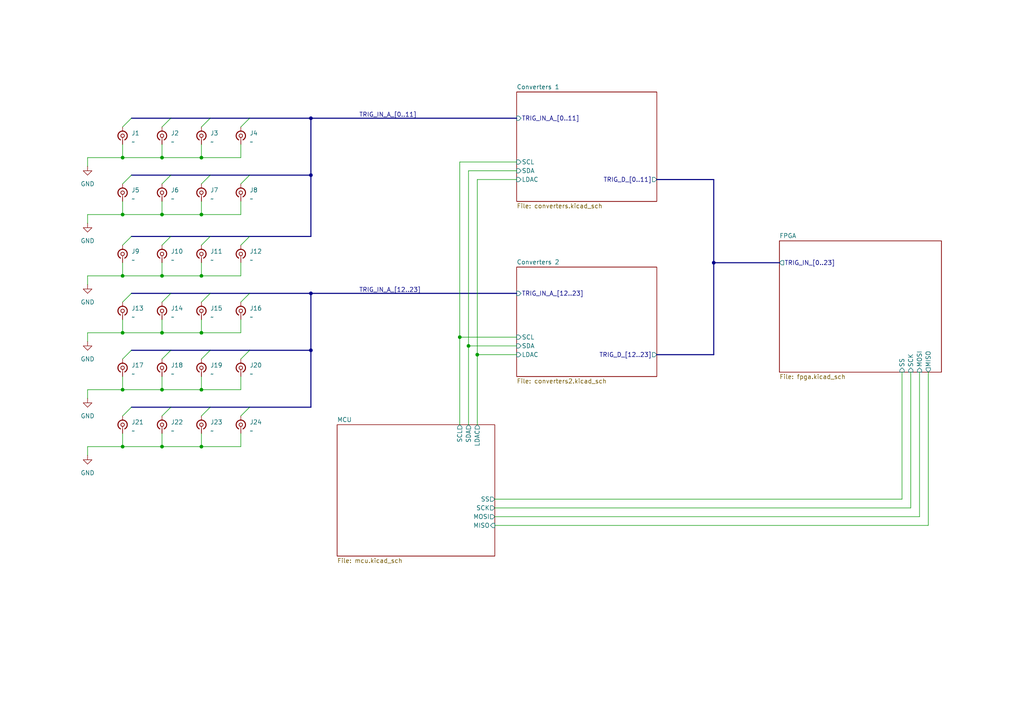
<source format=kicad_sch>
(kicad_sch (version 20250114) (generator "eeschema") (generator_version "9.0")
  (paper "A4")
  (lib_symbols
    (symbol "Connector:Conn_Coaxial_Small" (pin_numbers (hide yes)) (pin_names (offset 1.016) (hide yes))
      (property "Reference" "J" (at 0.254 3.048 0))
      (property "Value" "Conn_Coaxial_Small" (at 0 -3.81 0))
      (symbol "Conn_Coaxial_Small_0_1"
        (polyline (pts (xy -2.54 0) (xy -0.508 0)))
        (circle (center 0 0) (radius 0.508) (stroke (width 0.2032)))
      )
      (symbol "Conn_Coaxial_Small_1_1"
        (arc (start 1.3484 0.0039) (mid 0.327 -1.308) (end -1.1916 -0.6311) (stroke (width 0.3048)))
        (arc (start -1.1916 0.6311) (mid 0.327 1.3081) (end 1.3484 -0.0039) (stroke (width 0.3048)))
        (pin passive line (at -2.54 0 0) (length 1.27) (name "In") (number "1"))
        (pin passive line (at 2.54 0 180) (length 1.27) (name "Ext") (number "2"))
      )
    )
    (symbol "power:GND" (power) (pin_numbers (hide yes)) (pin_names (offset 0) (hide yes))
      (property "Value" "GND" (at 0 -3.81 0))
      (symbol "GND_0_1"
        (polyline (pts (xy 0 0) (xy 0 -1.27) (xy 1.27 -1.27) (xy 0 -2.54) (xy -1.27 -1.27) (xy 0 -1.27)))
      )
      (symbol "GND_1_1"
        (pin power_in line (at 0 0 270) (length 0) (name "~") (number "1"))
      )
    )
  )
  (junction (at 58.42 62.23))
  (junction (at 35.56 62.23))
  (junction (at 58.42 96.52))
  (junction (at 90.17 34.29))
  (junction (at 58.42 80.01))
  (junction (at 58.42 45.72))
  (junction (at 46.99 96.52))
  (junction (at 90.17 101.6))
  (junction (at 46.99 129.54))
  (junction (at 58.42 129.54))
  (junction (at 46.99 62.23))
  (junction (at 138.43 102.87))
  (junction (at 46.99 113.03))
  (junction (at 35.56 80.01))
  (junction (at 135.89 100.33))
  (junction (at 46.99 80.01))
  (junction (at 58.42 113.03))
  (junction (at 46.99 45.72))
  (junction (at 207.01 76.2))
  (junction (at 90.17 50.8))
  (junction (at 35.56 113.03))
  (junction (at 90.17 85.09))
  (junction (at 35.56 45.72))
  (junction (at 35.56 129.54))
  (junction (at 133.35 97.79))
  (junction (at 35.56 96.52))
  (bus_entry (at 35.56 120.65) (size 2.54 -2.54))
  (bus_entry (at 58.42 71.12) (size 2.54 -2.54))
  (bus_entry (at 69.85 53.34) (size 2.54 -2.54))
  (bus_entry (at 69.85 71.12) (size 2.54 -2.54))
  (bus_entry (at 35.56 87.63) (size 2.54 -2.54))
  (bus_entry (at 69.85 87.63) (size 2.54 -2.54))
  (bus_entry (at 35.56 36.83) (size 2.54 -2.54))
  (bus_entry (at 69.85 120.65) (size 2.54 -2.54))
  (bus_entry (at 46.99 71.12) (size 2.54 -2.54))
  (bus_entry (at 35.56 71.12) (size 2.54 -2.54))
  (bus_entry (at 69.85 36.83) (size 2.54 -2.54))
  (bus_entry (at 35.56 53.34) (size 2.54 -2.54))
  (bus_entry (at 58.42 53.34) (size 2.54 -2.54))
  (bus_entry (at 58.42 104.14) (size 2.54 -2.54))
  (bus_entry (at 46.99 120.65) (size 2.54 -2.54))
  (bus_entry (at 35.56 104.14) (size 2.54 -2.54))
  (bus_entry (at 58.42 36.83) (size 2.54 -2.54))
  (bus_entry (at 46.99 53.34) (size 2.54 -2.54))
  (bus_entry (at 46.99 36.83) (size 2.54 -2.54))
  (bus_entry (at 69.85 104.14) (size 2.54 -2.54))
  (bus_entry (at 58.42 120.65) (size 2.54 -2.54))
  (bus_entry (at 46.99 87.63) (size 2.54 -2.54))
  (bus_entry (at 58.42 87.63) (size 2.54 -2.54))
  (bus_entry (at 46.99 104.14) (size 2.54 -2.54))
  (wire (pts (xy 135.89 100.33) (xy 149.86 100.33)))
  (wire (pts (xy 264.16 147.32) (xy 264.16 107.95)))
  (bus (pts (xy 90.17 34.29) (xy 90.17 50.8)))
  (wire (pts (xy 266.7 149.86) (xy 266.7 107.95)))
  (wire (pts (xy 25.4 45.72) (xy 25.4 48.26)))
  (wire (pts (xy 35.56 62.23) (xy 46.99 62.23)))
  (wire (pts (xy 58.42 125.73) (xy 58.42 129.54)))
  (bus (pts (xy 38.1 34.29) (xy 49.53 34.29)))
  (bus (pts (xy 90.17 50.8) (xy 90.17 68.58)))
  (wire (pts (xy 69.85 109.22) (xy 69.85 113.03)))
  (wire (pts (xy 46.99 76.2) (xy 46.99 80.01)))
  (wire (pts (xy 58.42 113.03) (xy 69.85 113.03)))
  (wire (pts (xy 25.4 62.23) (xy 25.4 64.77)))
  (bus (pts (xy 72.39 118.11) (xy 90.17 118.11)))
  (wire (pts (xy 133.35 97.79) (xy 133.35 46.99)))
  (wire (pts (xy 46.99 96.52) (xy 58.42 96.52)))
  (bus (pts (xy 72.39 68.58) (xy 90.17 68.58)))
  (bus (pts (xy 49.53 85.09) (xy 60.96 85.09)))
  (wire (pts (xy 69.85 125.73) (xy 69.85 129.54)))
  (wire (pts (xy 35.56 80.01) (xy 46.99 80.01)))
  (wire (pts (xy 69.85 58.42) (xy 69.85 62.23)))
  (wire (pts (xy 58.42 80.01) (xy 69.85 80.01)))
  (bus (pts (xy 72.39 50.8) (xy 90.17 50.8)))
  (wire (pts (xy 46.99 113.03) (xy 58.42 113.03)))
  (wire (pts (xy 69.85 76.2) (xy 69.85 80.01)))
  (bus (pts (xy 60.96 50.8) (xy 72.39 50.8)))
  (wire (pts (xy 46.99 58.42) (xy 46.99 62.23)))
  (wire (pts (xy 46.99 41.91) (xy 46.99 45.72)))
  (wire (pts (xy 35.56 76.2) (xy 35.56 80.01)))
  (bus (pts (xy 72.39 85.09) (xy 90.17 85.09)))
  (wire (pts (xy 58.42 129.54) (xy 69.85 129.54)))
  (wire (pts (xy 35.56 96.52) (xy 25.4 96.52)))
  (wire (pts (xy 143.51 149.86) (xy 266.7 149.86)))
  (wire (pts (xy 58.42 58.42) (xy 58.42 62.23)))
  (bus (pts (xy 38.1 68.58) (xy 49.53 68.58)))
  (wire (pts (xy 138.43 102.87) (xy 149.86 102.87)))
  (wire (pts (xy 25.4 113.03) (xy 25.4 115.57)))
  (bus (pts (xy 90.17 85.09) (xy 149.86 85.09)))
  (wire (pts (xy 25.4 80.01) (xy 25.4 82.55)))
  (bus (pts (xy 207.01 52.07) (xy 207.01 76.2)))
  (bus (pts (xy 72.39 34.29) (xy 90.17 34.29)))
  (wire (pts (xy 133.35 123.19) (xy 133.35 97.79)))
  (bus (pts (xy 60.96 34.29) (xy 72.39 34.29)))
  (wire (pts (xy 46.99 129.54) (xy 58.42 129.54)))
  (bus (pts (xy 49.53 68.58) (xy 60.96 68.58)))
  (bus (pts (xy 49.53 34.29) (xy 60.96 34.29)))
  (wire (pts (xy 135.89 100.33) (xy 135.89 49.53)))
  (wire (pts (xy 269.24 152.4) (xy 269.24 107.95)))
  (wire (pts (xy 58.42 109.22) (xy 58.42 113.03)))
  (bus (pts (xy 60.96 85.09) (xy 72.39 85.09)))
  (wire (pts (xy 143.51 144.78) (xy 261.62 144.78)))
  (wire (pts (xy 143.51 147.32) (xy 264.16 147.32)))
  (wire (pts (xy 46.99 109.22) (xy 46.99 113.03)))
  (wire (pts (xy 46.99 125.73) (xy 46.99 129.54)))
  (wire (pts (xy 46.99 45.72) (xy 58.42 45.72)))
  (wire (pts (xy 35.56 45.72) (xy 46.99 45.72)))
  (wire (pts (xy 35.56 58.42) (xy 35.56 62.23)))
  (wire (pts (xy 35.56 80.01) (xy 25.4 80.01)))
  (wire (pts (xy 35.56 113.03) (xy 25.4 113.03)))
  (bus (pts (xy 60.96 118.11) (xy 72.39 118.11)))
  (wire (pts (xy 35.56 129.54) (xy 25.4 129.54)))
  (bus (pts (xy 38.1 118.11) (xy 49.53 118.11)))
  (bus (pts (xy 49.53 101.6) (xy 60.96 101.6)))
  (wire (pts (xy 138.43 123.19) (xy 138.43 102.87)))
  (wire (pts (xy 133.35 46.99) (xy 149.86 46.99)))
  (wire (pts (xy 35.56 92.71) (xy 35.56 96.52)))
  (wire (pts (xy 58.42 41.91) (xy 58.42 45.72)))
  (bus (pts (xy 49.53 118.11) (xy 60.96 118.11)))
  (wire (pts (xy 69.85 92.71) (xy 69.85 96.52)))
  (wire (pts (xy 35.56 113.03) (xy 46.99 113.03)))
  (wire (pts (xy 58.42 96.52) (xy 69.85 96.52)))
  (bus (pts (xy 49.53 50.8) (xy 60.96 50.8)))
  (bus (pts (xy 72.39 101.6) (xy 90.17 101.6)))
  (bus (pts (xy 60.96 68.58) (xy 72.39 68.58)))
  (wire (pts (xy 46.99 80.01) (xy 58.42 80.01)))
  (bus (pts (xy 38.1 85.09) (xy 49.53 85.09)))
  (wire (pts (xy 261.62 144.78) (xy 261.62 107.95)))
  (bus (pts (xy 207.01 76.2) (xy 226.06 76.2)))
  (wire (pts (xy 25.4 96.52) (xy 25.4 99.06)))
  (wire (pts (xy 58.42 92.71) (xy 58.42 96.52)))
  (wire (pts (xy 58.42 62.23) (xy 69.85 62.23)))
  (wire (pts (xy 35.56 129.54) (xy 46.99 129.54)))
  (bus (pts (xy 90.17 34.29) (xy 149.86 34.29)))
  (bus (pts (xy 38.1 50.8) (xy 49.53 50.8)))
  (wire (pts (xy 25.4 129.54) (xy 25.4 132.08)))
  (wire (pts (xy 143.51 152.4) (xy 269.24 152.4)))
  (wire (pts (xy 35.56 45.72) (xy 25.4 45.72)))
  (bus (pts (xy 190.5 102.87) (xy 207.01 102.87)))
  (bus (pts (xy 60.96 101.6) (xy 72.39 101.6)))
  (wire (pts (xy 35.56 96.52) (xy 46.99 96.52)))
  (wire (pts (xy 46.99 92.71) (xy 46.99 96.52)))
  (wire (pts (xy 133.35 97.79) (xy 149.86 97.79)))
  (bus (pts (xy 207.01 76.2) (xy 207.01 102.87)))
  (wire (pts (xy 58.42 45.72) (xy 69.85 45.72)))
  (wire (pts (xy 135.89 123.19) (xy 135.89 100.33)))
  (wire (pts (xy 35.56 125.73) (xy 35.56 129.54)))
  (wire (pts (xy 138.43 102.87) (xy 138.43 52.07)))
  (wire (pts (xy 35.56 41.91) (xy 35.56 45.72)))
  (bus (pts (xy 90.17 101.6) (xy 90.17 118.11)))
  (wire (pts (xy 35.56 62.23) (xy 25.4 62.23)))
  (wire (pts (xy 69.85 41.91) (xy 69.85 45.72)))
  (bus (pts (xy 190.5 52.07) (xy 207.01 52.07)))
  (wire (pts (xy 138.43 52.07) (xy 149.86 52.07)))
  (wire (pts (xy 135.89 49.53) (xy 149.86 49.53)))
  (bus (pts (xy 90.17 85.09) (xy 90.17 101.6)))
  (wire (pts (xy 35.56 109.22) (xy 35.56 113.03)))
  (wire (pts (xy 46.99 62.23) (xy 58.42 62.23)))
  (bus (pts (xy 38.1 101.6) (xy 49.53 101.6)))
  (wire (pts (xy 58.42 76.2) (xy 58.42 80.01)))
  (label "TRIG_IN_A_[12..23]" (at 104.14 85.09 0))
  (label "TRIG_IN_A_[0..11]" (at 104.14 34.29 0))
  (symbol (lib_id "Connector:Conn_Coaxial_Small") (at 35.56 39.37 90) (unit 1)
    (property "Reference" "J1" (at 38.1 38.6194 90) (effects (justify right)))
    (property "Value" "~" (at 38.1 41.1594 90) (effects (justify right)))
    (property "Description" "small coaxial connector (BNC, SMA, SMB, SMC, Cinch/RCA, LEMO, ...)" (effects (hide yes)))
  )
  (symbol (lib_id "Connector:Conn_Coaxial_Small") (at 69.85 55.88 90) (unit 1)
    (property "Reference" "J8" (at 72.39 55.1294 90) (effects (justify right)))
    (property "Value" "~" (at 72.39 57.6694 90) (effects (justify right)))
    (property "Description" "small coaxial connector (BNC, SMA, SMB, SMC, Cinch/RCA, LEMO, ...)" (effects (hide yes)))
  )
  (symbol (lib_id "Connector:Conn_Coaxial_Small") (at 58.42 55.88 90) (unit 1)
    (property "Reference" "J7" (at 60.96 55.1294 90) (effects (justify right)))
    (property "Value" "~" (at 60.96 57.6694 90) (effects (justify right)))
    (property "Description" "small coaxial connector (BNC, SMA, SMB, SMC, Cinch/RCA, LEMO, ...)" (effects (hide yes)))
  )
  (symbol (lib_id "Connector:Conn_Coaxial_Small") (at 69.85 90.17 90) (unit 1)
    (property "Reference" "J16" (at 72.39 89.4194 90) (effects (justify right)))
    (property "Value" "~" (at 72.39 91.9594 90) (effects (justify right)))
    (property "Description" "small coaxial connector (BNC, SMA, SMB, SMC, Cinch/RCA, LEMO, ...)" (effects (hide yes)))
  )
  (symbol (lib_id "Connector:Conn_Coaxial_Small") (at 69.85 39.37 90) (unit 1)
    (property "Reference" "J4" (at 72.39 38.6194 90) (effects (justify right)))
    (property "Value" "~" (at 72.39 41.1594 90) (effects (justify right)))
    (property "Description" "small coaxial connector (BNC, SMA, SMB, SMC, Cinch/RCA, LEMO, ...)" (effects (hide yes)))
  )
  (symbol (lib_id "Connector:Conn_Coaxial_Small") (at 46.99 90.17 90) (unit 1)
    (property "Reference" "J14" (at 49.53 89.4194 90) (effects (justify right)))
    (property "Value" "~" (at 49.53 91.9594 90) (effects (justify right)))
    (property "Description" "small coaxial connector (BNC, SMA, SMB, SMC, Cinch/RCA, LEMO, ...)" (effects (hide yes)))
  )
  (symbol (lib_id "Connector:Conn_Coaxial_Small") (at 58.42 73.66 90) (unit 1)
    (property "Reference" "J11" (at 60.96 72.9094 90) (effects (justify right)))
    (property "Value" "~" (at 60.96 75.4494 90) (effects (justify right)))
    (property "Description" "small coaxial connector (BNC, SMA, SMB, SMC, Cinch/RCA, LEMO, ...)" (effects (hide yes)))
  )
  (symbol (lib_id "Connector:Conn_Coaxial_Small") (at 35.56 106.68 90) (unit 1)
    (property "Reference" "J17" (at 38.1 105.9294 90) (effects (justify right)))
    (property "Value" "~" (at 38.1 108.4694 90) (effects (justify right)))
    (property "Description" "small coaxial connector (BNC, SMA, SMB, SMC, Cinch/RCA, LEMO, ...)" (effects (hide yes)))
  )
  (symbol (lib_id "Connector:Conn_Coaxial_Small") (at 58.42 90.17 90) (unit 1)
    (property "Reference" "J15" (at 60.96 89.4194 90) (effects (justify right)))
    (property "Value" "~" (at 60.96 91.9594 90) (effects (justify right)))
    (property "Description" "small coaxial connector (BNC, SMA, SMB, SMC, Cinch/RCA, LEMO, ...)" (effects (hide yes)))
  )
  (symbol (lib_id "power:GND") (at 25.4 64.77 0) (unit 1)
    (property "Reference" "#PWR02" (effects (hide yes)))
    (property "Value" "GND" (at 25.4 69.85 0))
    (property "Description" "Power symbol creates a global label with name \"GND\" , ground" (effects (hide yes)))
  )
  (symbol (lib_id "Connector:Conn_Coaxial_Small") (at 35.56 73.66 90) (unit 1)
    (property "Reference" "J9" (at 38.1 72.9094 90) (effects (justify right)))
    (property "Value" "~" (at 38.1 75.4494 90) (effects (justify right)))
    (property "Description" "small coaxial connector (BNC, SMA, SMB, SMC, Cinch/RCA, LEMO, ...)" (effects (hide yes)))
  )
  (symbol (lib_id "power:GND") (at 25.4 99.06 0) (unit 1)
    (property "Reference" "#PWR04" (effects (hide yes)))
    (property "Value" "GND" (at 25.4 104.14 0))
    (property "Description" "Power symbol creates a global label with name \"GND\" , ground" (effects (hide yes)))
  )
  (symbol (lib_id "Connector:Conn_Coaxial_Small") (at 69.85 106.68 90) (unit 1)
    (property "Reference" "J20" (at 72.39 105.9294 90) (effects (justify right)))
    (property "Value" "~" (at 72.39 108.4694 90) (effects (justify right)))
    (property "Description" "small coaxial connector (BNC, SMA, SMB, SMC, Cinch/RCA, LEMO, ...)" (effects (hide yes)))
  )
  (symbol (lib_id "power:GND") (at 25.4 132.08 0) (unit 1)
    (property "Reference" "#PWR06" (effects (hide yes)))
    (property "Value" "GND" (at 25.4 137.16 0))
    (property "Description" "Power symbol creates a global label with name \"GND\" , ground" (effects (hide yes)))
  )
  (symbol (lib_id "Connector:Conn_Coaxial_Small") (at 35.56 55.88 90) (unit 1)
    (property "Reference" "J5" (at 38.1 55.1294 90) (effects (justify right)))
    (property "Value" "~" (at 38.1 57.6694 90) (effects (justify right)))
    (property "Description" "small coaxial connector (BNC, SMA, SMB, SMC, Cinch/RCA, LEMO, ...)" (effects (hide yes)))
  )
  (symbol (lib_id "Connector:Conn_Coaxial_Small") (at 46.99 55.88 90) (unit 1)
    (property "Reference" "J6" (at 49.53 55.1294 90) (effects (justify right)))
    (property "Value" "~" (at 49.53 57.6694 90) (effects (justify right)))
    (property "Description" "small coaxial connector (BNC, SMA, SMB, SMC, Cinch/RCA, LEMO, ...)" (effects (hide yes)))
  )
  (symbol (lib_id "Connector:Conn_Coaxial_Small") (at 46.99 106.68 90) (unit 1)
    (property "Reference" "J18" (at 49.53 105.9294 90) (effects (justify right)))
    (property "Value" "~" (at 49.53 108.4694 90) (effects (justify right)))
    (property "Description" "small coaxial connector (BNC, SMA, SMB, SMC, Cinch/RCA, LEMO, ...)" (effects (hide yes)))
  )
  (symbol (lib_id "Connector:Conn_Coaxial_Small") (at 46.99 73.66 90) (unit 1)
    (property "Reference" "J10" (at 49.53 72.9094 90) (effects (justify right)))
    (property "Value" "~" (at 49.53 75.4494 90) (effects (justify right)))
    (property "Description" "small coaxial connector (BNC, SMA, SMB, SMC, Cinch/RCA, LEMO, ...)" (effects (hide yes)))
  )
  (symbol (lib_id "Connector:Conn_Coaxial_Small") (at 35.56 123.19 90) (unit 1)
    (property "Reference" "J21" (at 38.1 122.4394 90) (effects (justify right)))
    (property "Value" "~" (at 38.1 124.9794 90) (effects (justify right)))
    (property "Description" "small coaxial connector (BNC, SMA, SMB, SMC, Cinch/RCA, LEMO, ...)" (effects (hide yes)))
  )
  (symbol (lib_id "power:GND") (at 25.4 115.57 0) (unit 1)
    (property "Reference" "#PWR05" (effects (hide yes)))
    (property "Value" "GND" (at 25.4 120.65 0))
    (property "Description" "Power symbol creates a global label with name \"GND\" , ground" (effects (hide yes)))
  )
  (symbol (lib_id "Connector:Conn_Coaxial_Small") (at 46.99 39.37 90) (unit 1)
    (property "Reference" "J2" (at 49.53 38.6194 90) (effects (justify right)))
    (property "Value" "~" (at 49.53 41.1594 90) (effects (justify right)))
    (property "Description" "small coaxial connector (BNC, SMA, SMB, SMC, Cinch/RCA, LEMO, ...)" (effects (hide yes)))
  )
  (symbol (lib_id "Connector:Conn_Coaxial_Small") (at 58.42 106.68 90) (unit 1)
    (property "Reference" "J19" (at 60.96 105.9294 90) (effects (justify right)))
    (property "Value" "~" (at 60.96 108.4694 90) (effects (justify right)))
    (property "Description" "small coaxial connector (BNC, SMA, SMB, SMC, Cinch/RCA, LEMO, ...)" (effects (hide yes)))
  )
  (symbol (lib_id "Connector:Conn_Coaxial_Small") (at 35.56 90.17 90) (unit 1)
    (property "Reference" "J13" (at 38.1 89.4194 90) (effects (justify right)))
    (property "Value" "~" (at 38.1 91.9594 90) (effects (justify right)))
    (property "Description" "small coaxial connector (BNC, SMA, SMB, SMC, Cinch/RCA, LEMO, ...)" (effects (hide yes)))
  )
  (symbol (lib_id "Connector:Conn_Coaxial_Small") (at 69.85 123.19 90) (unit 1)
    (property "Reference" "J24" (at 72.39 122.4394 90) (effects (justify right)))
    (property "Value" "~" (at 72.39 124.9794 90) (effects (justify right)))
    (property "Description" "small coaxial connector (BNC, SMA, SMB, SMC, Cinch/RCA, LEMO, ...)" (effects (hide yes)))
  )
  (symbol (lib_id "Connector:Conn_Coaxial_Small") (at 58.42 123.19 90) (unit 1)
    (property "Reference" "J23" (at 60.96 122.4394 90) (effects (justify right)))
    (property "Value" "~" (at 60.96 124.9794 90) (effects (justify right)))
    (property "Description" "small coaxial connector (BNC, SMA, SMB, SMC, Cinch/RCA, LEMO, ...)" (effects (hide yes)))
  )
  (symbol (lib_id "power:GND") (at 25.4 48.26 0) (unit 1)
    (property "Reference" "#PWR01" (effects (hide yes)))
    (property "Value" "GND" (at 25.4 53.34 0))
    (property "Description" "Power symbol creates a global label with name \"GND\" , ground" (effects (hide yes)))
  )
  (symbol (lib_id "Connector:Conn_Coaxial_Small") (at 58.42 39.37 90) (unit 1)
    (property "Reference" "J3" (at 60.96 38.6194 90) (effects (justify right)))
    (property "Value" "~" (at 60.96 41.1594 90) (effects (justify right)))
    (property "Description" "small coaxial connector (BNC, SMA, SMB, SMC, Cinch/RCA, LEMO, ...)" (effects (hide yes)))
  )
  (symbol (lib_id "power:GND") (at 25.4 82.55 0) (unit 1)
    (property "Reference" "#PWR03" (effects (hide yes)))
    (property "Value" "GND" (at 25.4 87.63 0))
    (property "Description" "Power symbol creates a global label with name \"GND\" , ground" (effects (hide yes)))
  )
  (symbol (lib_id "Connector:Conn_Coaxial_Small") (at 46.99 123.19 90) (unit 1)
    (property "Reference" "J22" (at 49.53 122.4394 90) (effects (justify right)))
    (property "Value" "~" (at 49.53 124.9794 90) (effects (justify right)))
    (property "Description" "small coaxial connector (BNC, SMA, SMB, SMC, Cinch/RCA, LEMO, ...)" (effects (hide yes)))
  )
  (symbol (lib_id "Connector:Conn_Coaxial_Small") (at 69.85 73.66 90) (unit 1)
    (property "Reference" "J12" (at 72.39 72.9094 90) (effects (justify right)))
    (property "Value" "~" (at 72.39 75.4494 90) (effects (justify right)))
    (property "Description" "small coaxial connector (BNC, SMA, SMB, SMC, Cinch/RCA, LEMO, ...)" (effects (hide yes)))
  )
  (sheet (at 149.86 77.47) (size 40.64 31.75) (stroke (width 0.1524))
    (property "Sheetname" "Converters 2" (at 149.86 76.7584 0) (effects (justify left bottom)))
    (property "Sheetfile" "converters2.kicad_sch" (at 149.86 109.8046 0) (effects (justify left top)))
    (pin "LDAC" input (at 149.86 102.87 180))
    (pin "SCL" input (at 149.86 97.79 180))
    (pin "SDA" input (at 149.86 100.33 180))
    (pin "TRIG_D_[12..23]" output (at 190.5 102.87 0))
    (pin "TRIG_IN_A_[12..23]" input (at 149.86 85.09 180))
  )
  (sheet (at 226.06 69.85) (size 46.99 38.1) (stroke (width 0.1524))
    (property "Sheetname" "FPGA" (at 226.06 69.1384 0) (effects (justify left bottom)))
    (property "Sheetfile" "fpga.kicad_sch" (at 226.06 108.5346 0) (effects (justify left top)))
    (pin "MISO" output (at 269.24 107.95 270))
    (pin "MOSI" input (at 266.7 107.95 270))
    (pin "SCK" input (at 264.16 107.95 270))
    (pin "SS" input (at 261.62 107.95 270))
    (pin "TRIG_IN_[0..23]" output (at 226.06 76.2 180))
  )
  (sheet (at 97.79 123.19) (size 45.72 38.1) (stroke (width 0.1524))
    (property "Sheetname" "MCU" (at 97.79 122.4784 0) (effects (justify left bottom)))
    (property "Sheetfile" "mcu.kicad_sch" (at 97.79 161.8746 0) (effects (justify left top)))
    (pin "LDAC" output (at 138.43 123.19 90))
    (pin "SCL" output (at 133.35 123.19 90))
    (pin "SDA" output (at 135.89 123.19 90))
    (pin "MISO" input (at 143.51 152.4 0))
    (pin "MOSI" output (at 143.51 149.86 0))
    (pin "SCK" output (at 143.51 147.32 0))
    (pin "SS" output (at 143.51 144.78 0))
  )
  (sheet (at 149.86 26.67) (size 40.64 31.75) (stroke (width 0.1524))
    (property "Sheetname" "Converters 1" (at 149.86 25.9584 0) (effects (justify left bottom)))
    (property "Sheetfile" "converters.kicad_sch" (at 149.86 59.0046 0) (effects (justify left top)))
    (pin "LDAC" input (at 149.86 52.07 180))
    (pin "SCL" input (at 149.86 46.99 180))
    (pin "SDA" input (at 149.86 49.53 180))
    (pin "TRIG_IN_A_[0..11]" input (at 149.86 34.29 180))
    (pin "TRIG_D_[0..11]" output (at 190.5 52.07 0))
  )
)
</source>
